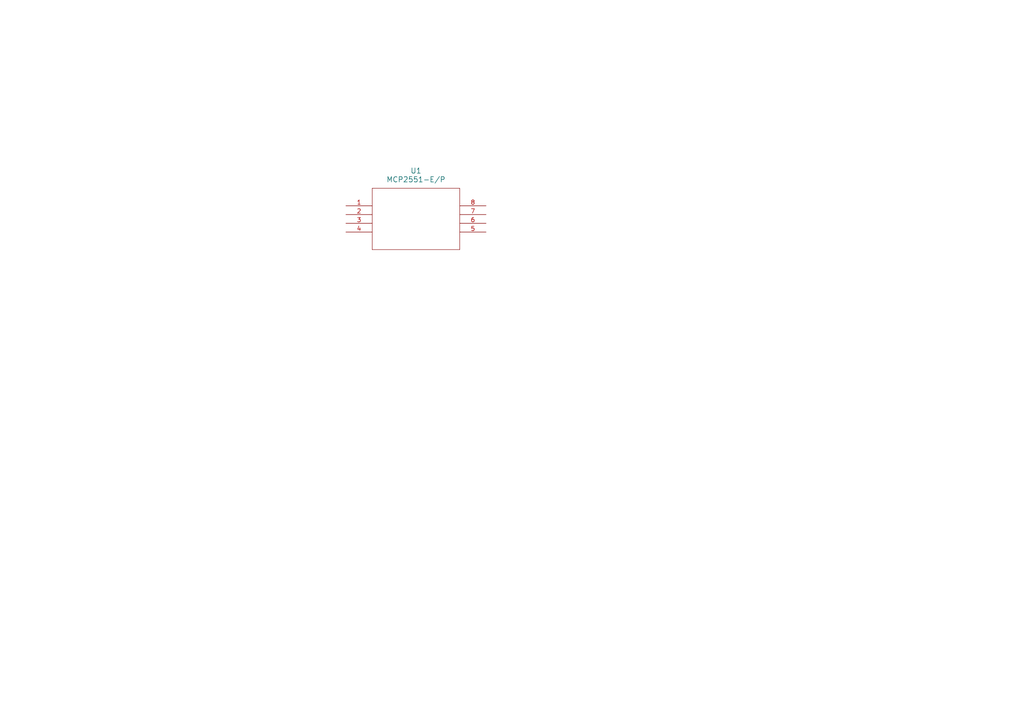
<source format=kicad_sch>
(kicad_sch (version 20250114) (generator "eeschema") (generator_version "9.0")
  (paper "A4")
  (lib_symbols
    (symbol "SMV_Custom:MCP2551-E_P" (pin_names (offset 0.254))
      (property "Reference" "U" (at 20.32 10.16 0))
      (property "Value" "MCP2551-E/P" (at 20.32 7.62 0))
      (symbol "MCP2551-E_P_0_1"
        (polyline (pts (xy 7.62 5.08) (xy 7.62 -12.7)) (stroke (width 0.127)))
        (polyline (pts (xy 7.62 -12.7) (xy 33.02 -12.7)) (stroke (width 0.127)))
        (polyline (pts (xy 33.02 5.08) (xy 7.62 5.08)) (stroke (width 0.127)))
        (polyline (pts (xy 33.02 -12.7) (xy 33.02 5.08)) (stroke (width 0.127)))
        (pin unspecified line (at 0 0 0) (length 7.62) (name "") (number "1"))
        (pin unspecified line (at 0 -2.54 0) (length 7.62) (name "") (number "2"))
        (pin unspecified line (at 0 -5.08 0) (length 7.62) (name "") (number "3"))
        (pin unspecified line (at 0 -7.62 0) (length 7.62) (name "") (number "4"))
        (pin unspecified line (at 40.64 0 180) (length 7.62) (name "") (number "8"))
        (pin unspecified line (at 40.64 -2.54 180) (length 7.62) (name "") (number "7"))
        (pin unspecified line (at 40.64 -5.08 180) (length 7.62) (name "") (number "6"))
        (pin unspecified line (at 40.64 -7.62 180) (length 7.62) (name "") (number "5"))
      )
    )
  )
  (symbol (lib_id "SMV_Custom:MCP2551-E_P") (at 100.33 59.69 0) (unit 1)
    (property "Reference" "U1" (at 120.65 49.53 0) (effects (font (size 1.524 1.524))))
    (property "Value" "MCP2551-E/P" (at 120.65 52.07 0) (effects (font (size 1.524 1.524))))
    (property "Footprint" "PDIP8_300MC_MCH" (effects (hide yes)))
    (property "Datasheet" "MCP2551-E/P" (effects (hide yes)))
  )
)
</source>
